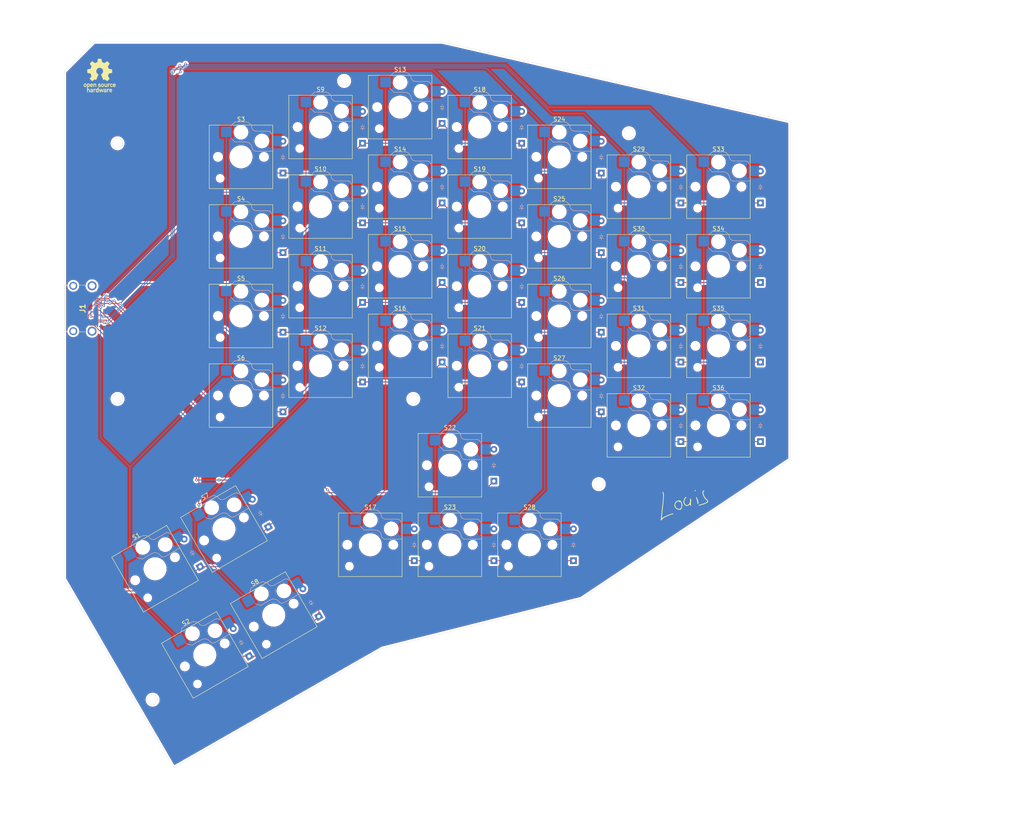
<source format=kicad_pcb>
(kicad_pcb (version 20241229) (generator "pcbnew") (generator_version "9.0")
  (layers (0 "F.Cu" signal) (2 "B.Cu" signal) (13 "F.Paste" user) (15 "B.Paste" user) (5 "F.SilkS" user "F.Silkscreen") (7 "B.SilkS" user "B.Silkscreen") (1 "F.Mask" user) (3 "B.Mask" user) (25 "Edge.Cuts" user))
  (net 0 "")
  (net 1 "Net-(D1-A)")
  (net 2 "Row 0")
  (net 3 "Row 1")
  (net 4 "Net-(D2-A)")
  (net 5 "Row 2")
  (net 6 "Net-(D3-A)")
  (net 7 "Row 3")
  (net 8 "Net-(D4-A)")
  (net 9 "Net-(D5-A)")
  (net 10 "Net-(D6-A)")
  (net 11 "Net-(D7-A)")
  (net 12 "Net-(D8-A)")
  (net 13 "Net-(D9-A)")
  (net 14 "Net-(D10-A)")
  (net 15 "Net-(D11-A)")
  (net 16 "Net-(D12-A)")
  (net 17 "Net-(D13-A)")
  (net 18 "Net-(D14-A)")
  (net 19 "Net-(D15-A)")
  (net 20 "Net-(D16-A)")
  (net 21 "Net-(D17-A)")
  (net 22 "Net-(D18-A)")
  (net 23 "Net-(D19-A)")
  (net 24 "Net-(D20-A)")
  (net 25 "Net-(D21-A)")
  (net 26 "Net-(D22-A)")
  (net 27 "Net-(D23-A)")
  (net 28 "Net-(D24-A)")
  (net 29 "Net-(D25-A)")
  (net 30 "Net-(D26-A)")
  (net 31 "Net-(D27-A)")
  (net 32 "Net-(D28-A)")
  (net 33 "Net-(D29-A)")
  (net 34 "Row 4")
  (net 35 "Row 5")
  (net 36 "Net-(D30-A)")
  (net 37 "Net-(D31-A)")
  (net 38 "Net-(D32-A)")
  (net 39 "Col 13")
  (net 40 "Col 9")
  (net 41 "Col 12")
  (net 42 "Col 8")
  (net 43 "Col 7")
  (net 44 "Col 11")
  (net 45 "Col 10")
  (net 46 "Net-(D33-A)")
  (net 47 "Net-(D34-A)")
  (net 48 "Net-(D35-A)")
  (net 49 "Net-(D36-A)")
  (footprint "ScottoKeebs_Hotswap:Hotswap_Choc_V1V2_1.00u" (layer "F.Cu") (at 199.5 96.60625)
    (property "Reference" "S20")
    (property "Value" "Keyswitch")
  )
  (footprint "ScottoKeebs_Hotswap:Hotswap_Choc_V1V2_1.00u" (layer "F.Cu") (at 142.35 84.7)
    (property "Reference" "S4")
    (property "Value" "Keyswitch")
  )
  (footprint "ScottoKeebs_Hotswap:Hotswap_Choc_V1V2_1.00u" (layer "F.Cu") (at 256.65 91.84375)
    (property "Reference" "S34")
    (property "Value" "Keyswitch")
  )
  (footprint "ScottoKeebs_Hotswap:Hotswap_Choc_V1V2_1.00u" (layer "F.Cu") (at 218.55 65.65)
    (property "Reference" "S24")
    (property "Value" "Keyswitch")
  )
  (footprint "ScottoKeebs_Hotswap:Hotswap_Choc_V1V2_1.00u" (layer "F.Cu") (at 199.5 77.55625)
    (property "Reference" "S19")
    (property "Value" "Keyswitch")
  )
  (footprint "ScottoKeebs_Hotswap:Hotswap_Choc_V1V2_1.00u" (layer "F.Cu") (at 161.4 77.55625)
    (property "Reference" "S10")
    (property "Value" "Keyswitch")
  )
  (footprint "ScottoKeebs_Hotswap:Hotswap_Choc_V1V2_1.00u" (layer "F.Cu") (at 180.45 91.84375)
    (property "Reference" "S15")
    (property "Value" "Keyswitch")
  )
  (footprint "ScottoKeebs_Hotswap:Hotswap_Choc_V1V2_1.00u" (layer "F.Cu") (at 211.40625 158.51875)
    (property "Reference" "S28")
    (property "Value" "Keyswitch")
  )
  (footprint "ScottoKeebs_Hotswap:Hotswap_Choc_V1V2_1.00u" (layer "F.Cu") (at 161.4 115.65625)
    (property "Reference" "S12")
    (property "Value" "Keyswitch")
  )
  (footprint "ScottoKeebs_Hotswap:Hotswap_Choc_V1V2_1.00u" (layer "F.Cu") (at 192.35625 139.46875)
    (property "Reference" "S22")
    (property "Value" "Keyswitch")
  )
  (footprint "ScottoKeebs_Hotswap:Hotswap_Choc_V1V2_1.00u" (layer "F.Cu") (at 218.55 84.7)
    (property "Reference" "S25")
    (property "Value" "Keyswitch")
  )
  (footprint "ScottoKeebs_Hotswap:Hotswap_Choc_V1V2_1.00u" (layer "F.Cu") (at 237.6 72.79375)
    (property "Reference" "S29")
    (property "Value" "Keyswitch")
  )
  (footprint "ScottoKeebs_Hotswap:Hotswap_Choc_V1V2_1.00u" (layer "F.Cu") (at 237.6 91.84375)
    (property "Reference" "S30")
    (property "Value" "Keyswitch")
  )
  (footprint "ScottoKeebs_Hotswap:Hotswap_Choc_V1V2_1.00u" (layer "F.Cu") (at 180.45 53.74375)
    (property "Reference" "S13")
    (property "Value" "Keyswitch")
  )
  (footprint "PCM_685119136923:685119136923" (layer "F.Cu") (at 104.45 101.949 -90)
    (property "Reference" "J1")
    (property "Value" "HDMI_C_1.4" (hide yes))
  )
  (footprint "ScottoKeebs_Hotswap:Hotswap_Choc_V1V2_1.00u" (layer "F.Cu") (at 218.55 103.75)
    (property "Reference" "S26")
    (property "Value" "Keyswitch")
  )
  (footprint "ScottoKeebs_Hotswap:Hotswap_Choc_V1V2_1.00u" (layer "F.Cu") (at 121.782987 164.261215 30)
    (property "Reference" "S1")
    (property "Value" "Keyswitch")
  )
  (footprint "ScottoKeebs_Hotswap:Hotswap_Choc_V1V2_1.00u" (layer "F.Cu") (at 237.6 110.89375)
    (property "Reference" "S31")
    (property "Value" "Keyswitch")
  )
  (footprint "LOGO" (layer "F.Cu") (at 247.65 147.6375 30)
    (property "Reference" "G***" (hide yes))
    (property "Value" "LOGO" (hide yes))
  )
  (footprint "ScottoKeebs_Hotswap:Hotswap_Choc_V1V2_1.00u" (layer "F.Cu") (at 256.65 129.94375)
    (property "Reference" "S36")
    (property "Value" "Keyswitch")
  )
  (footprint "ScottoKeebs_Hotswap:Hotswap_Choc_V1V2_1.00u" (layer "F.Cu") (at 161.4 96.60625)
    (property "Reference" "S11")
    (property "Value" "Keyswitch")
  )
  (footprint "ScottoKeebs_Hotswap:Hotswap_Choc_V1V2_1.00u" (layer "F.Cu") (at 180.45 110.89375)
    (property "Reference" "S16")
    (property "Value" "Keyswitch")
  )
  (footprint "ScottoKeebs_Hotswap:Hotswap_Choc_V1V2_1.00u" (layer "F.Cu") (at 256.65 72.79375)
    (property "Reference" "S33")
    (property "Value" "Keyswitch")
  )
  (footprint "ScottoKeebs_Hotswap:Hotswap_Choc_V1V2_1.50u_90deg" (layer "F.Cu") (at 133.689238 184.883446 30)
    (property "Reference" "S2")
    (property "Value" "Keyswitch")
  )
  (footprint "ScottoKeebs_Hotswap:Hotswap_Choc_V1V2_1.00u" (layer "F.Cu") (at 218.55 122.8)
    (property "Reference" "S27")
    (property "Value" "Keyswitch")
  )
  (footprint "ScottoKeebs_Hotswap:Hotswap_Choc_V1V2_1.00u" (layer "F.Cu") (at 237.6 129.94375)
    (property "Reference" "S32")
    (property "Value" "Keyswitch")
  )
  (footprint "ScottoKeebs_Hotswap:Hotswap_Choc_V1V2_1.00u" (layer "F.Cu") (at 142.35 122.8)
    (property "Reference" "S6")
    (property "Value" "Keyswitch")
  )
  (footprint "ScottoKeebs_Hotswap:Hotswap_Choc_V1V2_1.00u" (layer "F.Cu") (at 199.5 58.50625)
    (property "Reference" "S18")
    (property "Value" "Keyswitch")
  )
  (footprint "ScottoKeebs_Hotswap:Hotswap_Choc_V1V2_1.00u" (layer "F.Cu") (at 161.4 58.50625)
    (property "Reference" "S9")
    (property "Value" "Keyswitch")
  )
  (footprint "ScottoKeebs_Hotswap:Hotswap_Choc_V1V2_1.00u" (layer "F.Cu") (at 142.35 65.65)
    (property "Reference" "S3")
    (property "Value" "Keyswitch")
  )
  (footprint "ScottoKeebs_Hotswap:Hotswap_Choc_V1V2_1.00u" (layer "F.Cu") (at 199.5 115.65625)
    (property "Reference" "S21")
    (property "Value" "Keyswitch")
  )
  (footprint "Symbol:OSHW-Logo_7.5x8mm_SilkScreen" (layer "F.Cu") (at 108.52 46.18)
    (property "Reference" "REF**" (hide yes))
    (property "Value" "OSHW-Logo_7.5x8mm_SilkScreen" (hide yes))
  )
  (footprint "ScottoKeebs_Hotswap:Hotswap_Choc_V1V2_1.50u_90deg" (layer "F.Cu") (at 150.187021 175.358445 30)
    (property "Reference" "S8")
    (property "Value" "Keyswitch")
  )
  (footprint "ScottoKeebs_Hotswap:Hotswap_Choc_V1V2_1.00u" (layer "F.Cu") (at 180.45 72.79375)
    (property "Reference" "S14")
    (property "Value" "Keyswitch")
  )
  (footprint "ScottoKeebs_Hotswap:Hotswap_Choc_V1V2_1.00u" (layer "F.Cu") (at 192.35625 158.51875)
    (property "Reference" "S23")
    (property "Value" "Keyswitch")
  )
  (footprint "ScottoKeebs_Hotswap:Hotswap_Choc_V1V2_1.00u" (layer "F.Cu") (at 142.35 103.75)
    (property "Reference" "S5")
    (property "Value" "Keyswitch")
  )
  (footprint "ScottoKeebs_Hotswap:Hotswap_Choc_V1V2_1.00u" (layer "F.Cu") (at 256.65 110.89375)
    (property "Reference" "S35")
    (property "Value" "Keyswitch")
  )
  (footprint "ScottoKeebs_Hotswap:Hotswap_Choc_V1V2_1.00u" (layer "F.Cu") (at 138.280771 154.736216 30)
    (property "Reference" "S7")
    (property "Value" "Keyswitch")
  )
  (footprint "ScottoKeebs_Hotswap:Hotswap_Choc_V1V2_1.00u" (layer "F.Cu") (at 173.30625 158.51875)
    (property "Reference" "S17")
    (property "Value" "Keyswitch")
  )
  (footprint "ScottoKeebs_Components:Diode_DO-35" (layer "B.Cu") (at 266.7 95.72625 90)
    (property "Reference" "D34" (hide yes))
    (property "Value" "Diode" (hide yes))
  )
  (footprint "ScottoKeebs_Components:Diode_DO-35" (layer "B.Cu") (at 132.568466 163.761612 120)
    (property "Reference" "D1" (hide yes))
    (property "Value" "Diode" (hide yes))
  )
  (footprint "ScottoKeebs_Components:Diode_DO-35" (layer "B.Cu") (at 183.83125 162.32875 90)
    (property "Reference" "D17" (hide yes))
    (property "Value" "Diode" (hide yes))
  )
  (footprint "ScottoKeebs_Components:Diode_DO-35" (layer "B.Cu") (at 144.30375 185.192862 120)
    (property "Reference" "D2" (hide yes))
    (property "Value" "Diode" (hide yes))
  )
  (footprint "ScottoKeebs_Components:Diode_DO-35" (layer "B.Cu") (at 171.45 81.43875 90)
    (property "Reference" "D10" (hide yes))
    (property "Value" "Diode" (hide yes))
  )
  (footprint "ScottoKeebs_Components:Diode_DO-35" (layer "B.Cu") (at 247.65 133.82625 90)
    (property "Reference" "D32" (hide yes))
    (property "Value" "Diode" (hide yes))
  )
  (footprint "ScottoKeebs_Components:Diode_DO-35" (layer "B.Cu") (at 209.55 100.48875 90)
    (property "Reference" "D20" (hide yes))
    (property "Value" "Diode" (hide yes))
  )
  (footprint "ScottoKeebs_Components:Diode_DO-35" (layer "B.Cu") (at 221.93125 162.32875 90)
    (property "Reference" "D28" (hide yes))
    (property "Value" "Diode" (hide yes))
  )
  (footprint "ScottoKeebs_Components:Diode_DO-35" (layer "B.Cu") (at 171.45 62.38875 90)
    (property "Reference" "D9" (hide yes))
    (property "Value" "Diode" (hide yes))
  )
  (footprint "ScottoKeebs_Components:Diode_DO-35" (layer "B.Cu") (at 266.7 133.82625 90)
    (property "Reference" "D36" (hide yes))
    (property "Value" "Diode" (hide yes))
  )
  (footprint "ScottoKeebs_Components:Diode_DO-35" (layer "B.Cu") (at 152.4 107.6325 90)
    (property "Reference" "D5" (hide yes))
    (property "Value" "Diode" (hide yes))
  )
  (footprint "ScottoKeebs_Components:Diode_DO-35" (layer "B.Cu") (at 209.55 81.43875 90)
    (property "Reference" "D19" (hide yes))
    (property "Value" "Diode" (hide yes))
  )
  (footprint "ScottoKeebs_Components:Diode_DO-35" (layer "B.Cu") (at 228.6 126.6825 90)
    (property "Reference" "D27" (hide yes))
    (property "Value" "Diode" (hide yes))
  )
  (footprint "ScottoKeebs_Components:Diode_DO-35" (layer "B.Cu") (at 247.65 114.77625 90)
    (property "Reference" "D31" (hide yes))
    (property "Value" "Diode" (hide yes))
  )
  (footprint "ScottoKeebs_Components:Diode_DO-35" (layer "B.Cu") (at 247.65 95.72625 90)
    (property "Reference" "D30" (hide yes))
    (property "Value" "Diode" (hide yes))
  )
  (footprint "ScottoKeebs_Components:Diode_DO-35" (layer "B.Cu") (at 171.45 119.53875 90)
    (property "Reference" "D12" (hide yes))
    (property "Value" "Diode" (hide yes))
  )
  (footprint "ScottoKeebs_Components:Diode_DO-35" (layer "B.Cu") (at 266.7 76.67625 90)
    (property "Reference" "D33" (hide yes))
    (property "Value" "Diode" (hide yes))
  )
  (footprint "ScottoKeebs_Components:Diode_DO-35" (layer "B.Cu") (at 228.6 107.6325 90)
    (property "Reference" "D26" (hide yes))
    (property "Value" "Diode" (hide yes))
  )
  (footprint "ScottoKeebs_Components:Diode_DO-35" (layer "B.Cu") (at 171.45 100.48875 90)
    (property "Reference" "D11" (hide yes))
    (property "Value" "Diode" (hide yes))
  )
  (footprint "ScottoKeebs_Components:Diode_DO-35" (layer "B.Cu") (at 228.6 88.5825 90)
    (property "Reference" "D25" (hide yes))
    (property "Value" "Diode" (hide yes))
  )
  (footprint "ScottoKeebs_Components:Diode_DO-35" (layer "B.Cu") (at 209.55 119.53875 90)
    (property "Reference" "D21" (hide yes))
    (property "Value" "Diode" (hide yes))
  )
  (footprint "ScottoKeebs_Components:Diode_DO-35" (layer "B.Cu") (at 152.4 126.6825 90)
    (property "Reference" "D6" (hide yes))
    (property "Value" "Diode" (hide yes))
  )
  (footprint "ScottoKeebs_Components:Diode_DO-35" (layer "B.Cu") (at 190.5 114.77625 90)
    (property "Reference" "D16" (hide yes))
    (property "Value" "Diode" (hide yes))
  )
  (footprint "ScottoKeebs_Components:Diode_DO-35" (layer "B.Cu") (at 148.895284 154.236612 120)
    (property "Reference" "D7" (hide yes))
    (property "Value" "Diode" (hide yes))
  )
  (footprint "ScottoKeebs_Components:Diode_DO-35" (layer "B.Cu") (at 190.5 57.62625 90)
    (property "Reference" "D13" (hide yes))
    (property "Value" "Diode" (hide yes))
  )
  (footprint "ScottoKeebs_Components:Diode_DO-35" (layer "B.Cu") (at 228.6 69.5325 90)
    (property "Reference" "D24" (hide yes))
    (property "Value" "Diode" (hide yes))
  )
  (footprint "ScottoKeebs_Components:Diode_DO-35" (layer "B.Cu") (at 209.55 62.38875 90)
    (property "Reference" "D18" (hide yes))
    (property "Value" "Diode" (hide yes))
  )
  (footprint "ScottoKeebs_Components:Diode_DO-35" (layer "B.Cu") (at 160.9725 175.667862 120)
    (property "Reference" "D8" (hide yes))
    (property "Value" "Diode" (hide yes))
  )
  (footprint "ScottoKeebs_Components:Diode_DO-35" (layer "B.Cu") (at 190.5 76.67625 90)
    (property "Reference" "D14" (hide yes))
    (property "Value" "Diode" (hide yes))
  )
  (footprint "ScottoKeebs_Components:Diode_DO-35" (layer "B.Cu") (at 266.7 114.77625 90)
    (property "Reference" "D35" (hide yes))
    (property "Value" "Diode" (hide yes))
  )
  (footprint "ScottoKeebs_Components:Diode_DO-35" (layer "B.Cu") (at 247.65 76.67625 90)
    (property "Reference" "D29" (hide yes))
    (property "Value" "Diode" (hide yes))
  )
  (footprint "ScottoKeebs_Components:Diode_DO-35" (layer "B.Cu") (at 152.4 69.5325 90)
    (property "Reference" "D3" (hide yes))
    (property "Value" "Diode" (hide yes))
  )
  (footprint "ScottoKeebs_Components:Diode_DO-35" (layer "B.Cu") (at 202.88125 162.32875 90)
    (property "Reference" "D23" (hide yes))
    (property "Value" "Diode" (hide yes))
  )
  (footprint "ScottoKeebs_Components:Diode_DO-35" (layer "B.Cu") (at 202.88125 143.27875 90)
    (property "Reference" "D22" (hide yes))
    (property "Value" "Diode" (hide yes))
  )
  (footprint "ScottoKeebs_Components:Diode_DO-35" (layer "B.Cu") (at 152.4 88.5825 90)
    (property "Reference" "D4" (hide yes))
    (property "Value" "Diode" (hide yes))
  )
  (footprint "ScottoKeebs_Components:Diode_DO-35" (layer "B.Cu") (at 190.5 95.72625 90)
    (property "Reference" "D15" (hide yes))
    (property "Value" "Diode" (hide yes))
  )
  (gr_line (start 176.2125 183.35625) (end 223.8375 171.45) (stroke (width 0.05)) (layer "Edge.Cuts"))
  (gr_line (start 126.20625 211.93125) (end 100.0125 166.6875) (stroke (width 0.05)) (layer "Edge.Cuts"))
  (gr_line (start 159.54375 192.88125) (end 176.2125 183.35625) (stroke (width 0.05)) (layer "Edge.Cuts"))
  (gr_circle (center 112.8 123.6) (end 114 123.6) (stroke (width 0.05)) (fill no) (layer "Edge.Cuts"))
  (gr_line (start 223.8375 171.45) (end 273.84375 138.1125) (stroke (width 0.05)) (layer "Edge.Cuts"))
  (gr_line (start 100.0125 45.24375) (end 100.0125 166.6875) (stroke (width 0.05)) (layer "Edge.Cuts"))
  (gr_line (start 107.15625 38.1) (end 100.0125 45.24375) (stroke (width 0.05)) (layer "Edge.Cuts"))
  (gr_circle (center 235.2 60) (end 236.4 60) (stroke (width 0.05)) (fill no) (layer "Edge.Cuts"))
  (gr_circle (center 112.8 62.4) (end 114 62.4) (stroke (width 0.05)) (fill no) (layer "Edge.Cuts"))
  (gr_circle (center 121.2 195.6) (end 122.4 195.6) (stroke (width 0.05)) (fill no) (layer "Edge.Cuts"))
  (gr_line (start 126.20625 211.93125) (end 159.54375 192.88125) (stroke (width 0.05)) (layer "Edge.Cuts"))
  (gr_circle (center 228 144) (end 229.2 144) (stroke (width 0.05)) (fill no) (layer "Edge.Cuts"))
  (gr_line (start 273.84375 57.15) (end 190.5 38.1) (stroke (width 0.05)) (layer "Edge.Cuts"))
  (gr_circle (center 183.6 123.6) (end 184.8 123.6) (stroke (width 0.05)) (fill no) (layer "Edge.Cuts"))
  (gr_line (start 273.84375 138.1125) (end 273.84375 57.15) (stroke (width 0.05)) (layer "Edge.Cuts"))
  (gr_line (start 190.5 38.1) (end 107.15625 38.1) (stroke (width 0.05)) (layer "Edge.Cuts"))
  (gr_circle (center 167.05 47.47) (end 168.25 47.5) (stroke (width 0.05)) (fill no) (layer "Edge.Cuts"))
  (segment (start 128.316286 156.720318) (end 128.758466 157.162498) (width 0.2) (layer "B.Cu") (net 1))
  (segment (start 127.244203 156.720318) (end 127.269088 156.763421) (width 0.2) (layer "B.Cu") (net 1))
  (segment (start 127.244203 156.720318) (end 128.316286 156.720318) (width 0.2) (layer "B.Cu") (net 1))
  (segment (start 135.656346 74.12) (end 141.34 74.12) (width 0.2) (layer "F.Cu") (net 2))
  (segment (start 141.34 74.12) (end 145.9275 69.5325) (width 0.2) (layer "F.Cu") (net 2))
  (segment (start 110.797596 98.97875) (end 135.656346 74.12) (width 0.2) (layer "F.Cu") (net 2))
  (segment (start 213.04 69.07) (end 224.64 69.07) (width 0.2) (layer "F.Cu") (net 2))
  (segment (start 228.6 69.5325) (end 228.6 74.64) (width 0.2) (layer "F.Cu") (net 2))
  (segment (start 225.1025 69.5325) (end 228.6 69.5325) (width 0.2) (layer "F.Cu") (net 2))
  (segment (start 228.6 74.64) (end 230.63625 76.67625) (width 0.2) (layer "F.Cu") (net 2))
  (segment (start 171.45 62.38875) (end 185.7375 62.38875) (width 0.2) (layer "F.Cu") (net 2))
  (segment (start 145.9275 69.5325) (end 152.4 69.5325) (width 0.2) (layer "F.Cu") (net 2))
  (segment (start 224.64 69.07) (end 225.1025 69.5325) (width 0.2) (layer "F.Cu") (net 2))
  (segment (start 209.55 62.38875) (end 209.55 65.58) (width 0.2) (layer "F.Cu") (net 2))
  (segment (start 110.03 98.97875) (end 110.797596 98.97875) (width 0.2) (layer "F.Cu") (net 2))
  (segment (start 152.4 69.5325) (end 164.30625 69.5325) (width 0.2) (layer "F.Cu") (net 2))
  (segment (start 109.338872 101.14875) (end 109.5 101.309878) (width 0.2) (layer "F.Cu") (net 2))
  (segment (start 190.5 57.62625) (end 195.2625 62.38875) (width 0.2) (layer "F.Cu") (net 2))
  (segment (start 107.75625 101.14875) (end 109.338872 101.14875) (width 0.2) (layer "F.Cu") (net 2))
  (segment (start 195.2625 62.38875) (end 209.55 62.38875) (width 0.2) (layer "F.Cu") (net 2))
  (segment (start 230.63625 76.67625) (end 247.65 76.67625) (width 0.2) (layer "F.Cu") (net 2))
  (segment (start 209.55 65.58) (end 213.04 69.07) (width 0.2) (layer "F.Cu") (net 2))
  (segment (start 164.30625 69.5325) (end 171.45 62.38875) (width 0.2) (layer "F.Cu") (net 2))
  (segment (start 185.7375 62.38875) (end 190.5 57.62625) (width 0.2) (layer "F.Cu") (net 2))
  (segment (start 247.65 76.67625) (end 266.7 76.67625) (width 0.2) (layer "F.Cu") (net 2))
  (via (at 109.5 101.309878) (size 0.6) (drill 0.3) (layers "F.Cu" "B.Cu") (net 2))
  (via (at 110.03 98.97875) (size 0.6) (drill 0.3) (layers "F.Cu" "B.Cu") (net 2))
  (segment (start 109.67 101.139878) (end 109.67 99.33875) (width 0.2) (layer "B.Cu") (net 2))
  (segment (start 109.67 99.33875) (end 110.03 98.97875) (width 0.2) (layer "B.Cu") (net 2))
  (segment (start 109.5 101.309878) (end 109.67 101.139878) (width 0.2) (layer "B.Cu") (net 2))
  (segment (start 266.7 95.72625) (end 247.65 95.72625) (width 0.2) (layer "F.Cu") (net 3))
  (segment (start 107.71125 100.34875) (end 108.51125 100.34875) (width 0.2) (layer "F.Cu") (net 3))
  (segment (start 107.75625 100.34875) (end 107.71125 100.34875) (width 0.2) (layer "F.Cu") (net 3))
  (segment (start 209.55 85.33) (end 212.8025 88.5825) (width 0.2) (layer "F.Cu") (net 3))
  (segment (start 113.433052 100.746948) (end 118.205 95.975) (width 0.2) (layer "F.Cu") (net 3))
  (segment (start 247.65 95.72625) (end 235.67625 95.72625) (width 0.2) (layer "F.Cu") (net 3))
  (segment (start 234.58 94.63) (end 231.61 94.63) (width 0.2) (layer "F.Cu") (net 3))
  (segment (start 209.55 81.43875) (end 209.55 85.33) (width 0.2) (layer "F.Cu") (net 3))
  (segment (start 185.7375 81.43875) (end 171.45 81.43875) (width 0.2) (layer "F.Cu") (net 3))
  (segment (start 190.5 76.67625) (end 185.7375 81.43875) (width 0.2) (layer "F.Cu") (net 3))
  (segment (start 209.55 81.43875) (end 195.2625 81.43875) (width 0.2) (layer "F.Cu") (net 3))
  (segment (start 212.8025 88.5825) (end 228.6 88.5825) (width 0.2) (layer "F.Cu") (net 3))
  (segment (start 159.54375 81.43875) (end 152.4 88.5825) (width 0.2) (layer "F.Cu") (net 3))
  (segment (start 108.51125 100.34875) (end 108.902378 100.739878) (width 0.2) (layer "F.Cu") (net 3))
  (segment (start 228.6 91.62) (end 231.61 94.63) (width 0.2) (layer "F.Cu") (net 3))
  (segment (start 235.67625 95.72625) (end 234.58 94.63) (width 0.2) (layer "F.Cu") (net 3))
  (segment (start 146.9575 88.5825) (end 152.4 88.5825) (width 0.2) (layer "F.Cu") (net 3))
  (segment (start 139.565 95.975) (end 146.9575 88.5825) (width 0.2) (layer "F.Cu") (net 3))
  (segment (start 118.205 95.975) (end 139.565 95.975) (width 0.2) (layer "F.Cu") (net 3))
  (segment (start 195.2625 81.43875) (end 190.5 76.67625) (width 0.2) (layer "F.Cu") (net 3))
  (segment (start 171.45 81.43875) (end 159.54375 81.43875) (width 0.2) (layer "F.Cu") (net 3))
  (segment (start 228.6 91.62) (end 228.6 88.5825) (width 0.2) (layer "F.Cu") (net 3))
  (segment (start 108.902378 100.739878) (end 110.960122 100.739878) (width 0.2) (layer "F.Cu") (net 3))
  (via (at 113.433052 100.746948) (size 0.6) (drill 0.3) (layers "F.Cu" "B.Cu") (net 3))
  (via (at 110.960122 100.739878) (size 0.6) (drill 0.3) (layers "F.Cu" "B.Cu") (net 3))
  (segment (start 110.960122 100.739878) (end 113.425982 100.739878) (width 0.2) (layer "B.Cu") (net 3))
  (segment (start 113.425982 100.739878) (end 113.433052 100.746948) (width 0.2) (layer "B.Cu") (net 3))
  (segment (start 139.150454 177.342549) (end 139.242551 177.342549) (width 0.2) (layer "B.Cu") (net 4))
  (segment (start 139.242551 177.342549) (end 140.49375 178.593748) (width 0.2) (layer "B.Cu") (net 4))
  (segment (start 164.30625 107.6325) (end 171.45 100.48875) (width 0.2) (layer "F.Cu") (net 5))
  (segment (start 228.6 107.6325) (end 228.6 110.94) (width 0.2) (layer "F.Cu") (net 5))
  (segment (start 118.505 106.625) (end 138.565 106.625) (width 0.2) (layer "F.Cu") (net 5))
  (segment (start 228.6 110.94) (end 232.43625 114.77625) (width 0.2) (layer "F.Cu") (net 5))
  (segment (start 209.55 100.48875) (end 209.55 103.25) (width 0.2) (layer "F.Cu") (net 5))
  (segment (start 111.99 100.11) (end 118.505 106.625) (width 0.2) (layer "F.Cu") (net 5))
  (segment (start 152.4 107.6325) (end 164.30625 107.6325) (width 0.2) (layer "F.Cu") (net 5))
  (segment (start 213.9325 107.6325) (end 228.6 107.6325) (width 0.2) (layer "F.Cu") (net 5))
  (segment (start 190.5 95.72625) (end 195.2625 100.48875) (width 0.2) (layer "F.Cu") (net 5))
  (segment (start 139.5725 107.6325) (end 152.4 107.6325) (width 0.2) (layer "F.Cu") (net 5))
  (segment (start 171.45 100.48875) (end 185.7375 100.48875) (width 0.2) (layer "F.Cu") (net 5))
  (segment (start 185.7375 100.48875) (end 190.5 95.72625) (width 0.2) (layer "F.Cu") (net 5))
  (segment (start 110.07 99.94875) (end 110.24 100.11875) (width 0.2) (layer "F.Cu") (net 5))
  (segment (start 138.565 106.625) (end 139.5725 107.6325) (width 0.2) (layer "F.Cu") (net 5))
  (segment (start 232.43625 114.77625) (end 247.65 114.77625) (width 0.2) (layer "F.Cu") (net 5))
  (segment (start 195.2625 100.48875) (end 209.55 100.48875) (width 0.2) (layer "F.Cu") (net 5))
  (segment (start 107.75625 99.94875) (end 110.07 99.94875) (width 0.2) (layer "F.Cu") (net 5))
  (segment (start 209.55 103.25) (end 213.9325 107.6325) (width 0.2) (layer "F.Cu") (net 5))
  (segment (start 247.65 114.77625) (end 266.7 114.77625) (width 0.2) (layer "F.Cu") (net 5))
  (via (at 110.24 100.11875) (size 0.6) (drill 0.3) (layers "F.Cu" "B.Cu") (net 5))
  (via (at 111.99 100.11) (size 0.6) (drill 0.3) (layers "F.Cu" "B.Cu") (net 5))
  (segment (start 110.24 100.11875) (end 111.98125 100.11875) (width 0.2) (layer "B.Cu") (net 5))
  (segment (start 111.98125 100.11875) (end 111.99 100.11) (width 0.2) (layer "B.Cu") (net 5))
  (segment (start 152.3375 61.85) (end 152.4 61.9125) (width 0.2) (layer "B.Cu") (net 6))
  (segment (start 150.85 61.85) (end 152.3375 61.85) (width 0.2) (layer "B.Cu") (net 6))
  (segment (start 110.575096 99.54875) (end 136.766346 125.74) (width 0.2) (layer "F.Cu") (net 7))
  (segment (start 209.55 119.53875) (end 195.2625 119.53875) (width 0.2) (layer "F.Cu") (net 7))
  (segment (start 209.55 123.41) (end 212.8225 126.6825) (width 0.2) (layer "F.Cu") (net 7))
  (segment (start 190.5 114.77625) (end 185.7375 119.53875) (width 0.2) (layer "F.Cu") (net 7))
  (segment (start 185.7375 119.53875) (end 171.45 119.53875) (width 0.2) (layer "F.Cu") (net 7))
  (segment (start 195.2625 119.53875) (end 190.5 114.77625) (width 0.2) (layer "F.Cu") (net 7))
  (segment (start 107.75625 99.54875) (end 110.575096 99.54875) (width 0.2) (layer "F.Cu") (net 7))
  (segment (start 228.6 130.59) (end 231.83625 133.82625) (width 0.2) (layer "F.Cu") (net 7))
  (segment (start 266.7 133.82625) (end 247.65 133.82625) (width 0.2) (layer "F.Cu") (net 7))
  (segment (start 140.2725 126.6825) (end 152.4 126.6825) (width 0.2) (layer "F.Cu") (net 7))
  (segment (start 209.55 119.53875) (end 209.55 123.41) (width 0.2) (layer "F.Cu") (net 7))
  (segment (start 139.33 125.74) (end 140.2725 126.6825) (width 0.2) (layer "F.Cu") (net 7))
  (segment (start 136.766346 125.74) (end 139.33 125.74) (width 0.2) (layer "F.Cu") (net 7))
  (segment (start 212.8225 126.6825) (end 228.6 126.6825) (width 0.2) (layer "F.Cu") (net 7))
  (segment (start 228.6 126.6825) (end 228.6 130.59) (width 0.2) (layer "F.Cu") (net 7))
  (segment (start 171.45 119.53875) (end 159.54375 119.53875) (width 0.2) (layer "F.Cu") (net 7))
  (segment (start 231.83625 133.82625) (end 247.65 133.82625) (width 0.2) (layer "F.Cu") (net 7))
  (segment (start 159.54375 119.53875) (end 152.4 126.6825) (width 0.2) (layer "F.Cu") (net 7))
  (segment (start 150.85 80.9) (end 152.3375 80.9) (width 0.2) (layer "B.Cu") (net 8))
  (segment (start 152.3375 80.9) (end 152.4 80.9625) (width 0.2) (layer "B.Cu") (net 8))
  (segment (start 150.85 99.95) (end 152.3375 99.95) (width 0.2) (layer "B.Cu") (net 9))
  (segment (start 152.3375 99.95) (end 152.4 100.0125) (width 0.2) (layer "B.Cu") (net 9))
  (segment (start 152.3375 119) (end 152.4 119.0625) (width 0.2) (layer "B.Cu") (net 10))
  (segment (start 150.85 119) (end 152.3375 119) (width 0.2) (layer "B.Cu") (net 10))
  (segment (start 144.81407 147.195319) (end 145.25625 147.637499) (width 0.2) (layer "B.Cu") (net 11))
  (segment (start 143.741987 147.195319) (end 144.643105 147.195319) (width 0.2) (layer "B.Cu") (net 11))
  (segment (start 143.741987 147.195319) (end 143.798161 147.292615) (width 0.2) (layer "B.Cu") (net 11))
  (segment (start 144.643105 147.195319) (end 145.085284 147.637498) (width 0.2) (layer "B.Cu") (net 11))
  (segment (start 156.899437 169.068748) (end 157.1625 169.068748) (width 0.2) (layer "B.Cu") (net 12))
  (segment (start 156.899437 169.068748) (end 157.1625 169.068749) (width 0.2) (layer "B.Cu") (net 12))
  (segment (start 155.648237 167.817548) (end 156.899437 169.068748) (width 0.2) (layer "B.Cu") (net 12))
  (segment (start 169.9 54.70625) (end 171.3875 54.70625) (width 0.2) (layer "B.Cu") (net 13))
  (segment (start 171.3875 54.70625) (end 171.45 54.76875) (width 0.2) (layer "B.Cu") (net 13))
  (segment (start 169.9 73.75625) (end 171.3875 73.75625) (width 0.2) (layer "B.Cu") (net 14))
  (segment (start 171.3875 73.75625) (end 171.45 73.81875) (width 0.2) (layer "B.Cu") (net 14))
  (segment (start 171.3875 92.80625) (end 171.45 92.86875) (width 0.2) (layer "B.Cu") (net 15))
  (segment (start 169.9 92.80625) (end 171.3875 92.80625) (width 0.2) (layer "B.Cu") (net 15))
  (segment (start 169.9 111.85625) (end 171.3875 111.85625) (width 0.2) (layer "B.Cu") (net 16))
  (segment (start 171.3875 111.85625) (end 171.45 111.91875) (width 0.2) (layer "B.Cu") (net 16))
  (segment (start 190.4375 49.94375) (end 190.5 50.00625) (width 0.2) (layer "B.Cu") (net 17))
  (segment (start 188.95 49.94375) (end 190.4375 49.94375) (width 0.2) (layer "B.Cu") (net 17))
  (segment (start 190.4375 68.99375) (end 190.5 69.05625) (width 0.2) (layer "B.Cu") (net 18))
  (segment (start 188.95 68.99375) (end 190.4375 68.99375) (width 0.2) (layer "B.Cu") (net 18))
  (segment (start 190.4375 88.04375) (end 190.5 88.10625) (width 0.2) (layer "B.Cu") (net 19))
  (segment (start 188.95 88.04375) (end 190.4375 88.04375) (width 0.2) (layer "B.Cu") (net 19))
  (segment (start 188.95 107.09375) (end 190.4375 107.09375) (width 0.2) (layer "B.Cu") (net 20))
  (segment (start 190.4375 107.09375) (end 190.5 107.15625) (width 0.2) (layer "B.Cu") (net 20))
  (segment (start 182.82125 154.71875) (end 182.83125 154.70875) (width 0.2) (layer "B.Cu") (net 21))
  (segment (start 183.82125 154.71875) (end 183.83125 154.70875) (width 0.2) (layer "B.Cu") (net 21))
  (segment (start 181.80625 154.71875) (end 183.82125 154.71875) (width 0.2) (layer "B.Cu") (net 21))
  (segment (start 209.4875 54.70625) (end 209.55 54.76875) (width 0.2) (layer "B.Cu") (net 22))
  (segment (start 208 54.70625) (end 209.4875 54.70625) (width 0.2) (layer "B.Cu") (net 22))
  (segment (start 209.4875 73.75625) (end 209.55 73.81875) (width 0.2) (layer "B.Cu") (net 23))
  (segment (start 208 73.75625) (end 209.4875 73.75625) (width 0.2) (layer "B.Cu") (net 23))
  (segment (start 209.4875 92.80625) (end 209.55 92.86875) (width 0.2) (layer "B.Cu") (net 24))
  (segment (start 208 92.80625) (end 209.4875 92.80625) (width 0.2) (layer "B.Cu") (net 24))
  (segment (start 209.4875 111.85625) (end 209.55 111.91875) (width 0.2) (layer "B.Cu") (net 25))
  (segment (start 208 111.85625) (end 209.4875 111.85625) (width 0.2) (layer "B.Cu") (net 25))
  (segment (start 200.85625 135.66875) (end 202.87125 135.66875) (width 0.2) (layer "B.Cu") (net 26))
  (segment (start 201.87125 135.66875) (end 201.88125 135.65875) (width 0.2) (layer "B.Cu") (net 26))
  (segment (start 202.87125 135.66875) (end 202.88125 135.65875) (width 0.2) (layer "B.Cu") (net 26))
  (segment (start 202.87125 154.71875) (end 202.88125 154.70875) (width 0.2) (layer "B.Cu") (net 27))
  (segment (start 200.85625 154.71875) (end 202.87125 154.71875) (width 0.2) (layer "B.Cu") (net 27))
  (segment (start 201.87125 154.71875) (end 201.88125 154.70875) (width 0.2) (layer "B.Cu") (net 27))
  (segment (start 228.5375 61.85) (end 228.6 61.9125) (width 0.2) (layer "B.Cu") (net 28))
  (segment (start 227.05 61.85) (end 228.5375 61.85) (width 0.2) (layer "B.Cu") (net 28))
  (segment (start 227.05 80.9) (end 228.5375 80.9) (width 0.2) (layer "B.Cu") (net 29))
  (segment (start 228.5375 80.9) (end 228.6 80.9625) (width 0.2) (layer "B.Cu") (net 29))
  (segment (start 227.05 99.95) (end 228.5375 99.95) (width 0.2) (layer "B.Cu") (net 30))
  (segment (start 228.5375 99.95) (end 228.6 100.0125) (width 0.2) (layer "B.Cu") (net 30))
  (segment (start 228.5375 119) (end 228.6 119.0625) (width 0.2) (layer "B.Cu") (net 31))
  (segment (start 227.05 119) (end 228.5375 119) (width 0.2) (layer "B.Cu") (net 31))
  (segment (start 221.92125 154.71875) (end 221.93125 154.70875) (width 0.2) (layer "B.Cu") (net 32))
  (segment (start 220.92125 154.71875) (end 220.93125 154.70875) (width 0.2) (layer "B.Cu") (net 32))
  (segment (start 219.90625 154.71875) (end 221.92125 154.71875) (width 0.2) (layer "B.Cu") (net 32))
  (segment (start 247.5875 68.99375) (end 247.65 69.05625) (width 0.2) (layer "B.Cu") (net 33))
  (segment (start 246.1 68.99375) (end 247.5875 68.99375) (width 0.2) (layer "B.Cu") (net 33))
  (segment (start 139.370284 163.761612) (end 148.895284 154.236612) (width 0.2) (layer "F.Cu") (net 34))
  (segment (start 157.064033 146.067863) (end 187.533485 146.067863) (width 0.2) (layer "F.Cu") (net 34))
  (segment (start 106.75451 99.14875) (end 105.14 100.76326) (width 0.2) (layer "F.Cu") (net 34))
  (segment (start 132.568466 163.761612) (end 139.370284 163.761612) (width 0.2) (layer "F.Cu") (net 34))
  (segment (start 106.36 169.56) (end 105.14 168.34) (width 0.2) (layer "F.Cu") (net 34))
  (segment (start 107.75625 99.14875) (end 106.75451 99.14875) (width 0.2) (layer "F.Cu") (net 34))
  (segment (start 132.568466 163.761612) (end 126.770078 169.56) (width 0.2) (layer "F.Cu") (net 34))
  (segment (start 187.533485 146.067863) (end 200.092137 146.067863) (width 0.2) (layer "F.Cu") (net 34))
  (segment (start 105.14 168.34) (end 105.14 167.51) (width 0.2) (layer "F.Cu") (net 34))
  (segment (start 126.770078 169.56) (end 106.36 169.56) (width 0.2) (layer "F.Cu") (net 34))
  (segment (start 200.092137 146.067863) (end 202.88125 143.27875) (width 0.2) (layer "F.Cu") (net 34))
  (segment (start 148.895284 154.236612) (end 157.064033 146.067863) (width 0.2) (layer "F.Cu") (net 34))
  (segment (start 105.14 100.76326) (end 105.14 168.14) (width 0.2) (layer "F.Cu") (net 34))
  (segment (start 142.887138 185.192862) (end 132.41 195.67) (width 0.2) (layer "F.Cu") (net 35))
  (segment (start 132.41 195.67) (end 131.06 195.67) (width 0.2) (layer "F.Cu") (net 35))
  (segment (start 107.00125 98.34875) (end 104.77 100.58) (width 0.2) (layer "F.Cu") (net 35))
  (segment (start 160.9725 164.592862) (end 163.236612 162.32875) (width 0.2) (layer "F.Cu") (net 35))
  (segment (start 151.4475 185.192862) (end 160.9725 175.667862) (width 0.2) (layer "F.Cu") (net 35))
  (segment (start 160.9725 175.667862) (end 161.380363 175.667862) (width 0.2) (layer "F.Cu") (net 35))
  (segment (start 183.83125 162.32875) (end 202.88125 162.32875) (width 0.2) (layer "F.Cu") (net 35))
  (segment (start 107.75625 98.34875) (end 107.00125 98.34875) (width 0.2) (layer "F.Cu") (net 35))
  (segment (start 131.06 195.67) (end 104.77 169.38) (width 0.2) (layer "F.Cu") (net 35))
  (segment (start 160.9725 175.667862) (end 160.9725 164.592862) (width 0.2) (layer "F.Cu") (net 35))
  (segment (start 144.30375 185.192862) (end 151.4475 185.192862) (width 0.2) (layer "F.Cu") (net 35))
  (segment (start 144.30375 185.192862) (end 142.887138 185.192862) (width 0.2) (layer "F.Cu") (net 35))
  (segment (start 104.77 100.58) (end 104.77 169.38) (width 0.2) (layer "F.Cu") (net 35))
  (segment (start 202.88125 162.32875) (end 221.93125 162.32875) (width 0.2) (layer "F.Cu") (net 35))
  (segment (start 163.236612 162.32875) (end 183.83125 162.32875) (width 0.2) (layer "F.Cu") (net 35))
  (segment (start 246.1 88.04375) (end 247.5875 88.04375) (width 0.2) (layer "B.Cu") (net 36))
  (segment (start 247.5875 88.04375) (end 247.65 88.10625) (width 0.2) (layer "B.Cu") (net 36))
  (segment (start 247.5875 107.09375) (end 247.65 107.15625) (width 0.2) (layer "B.Cu") (net 37))
  (segment (start 246.1 107.09375) (end 247.5875 107.09375) (width 0.2) (layer "B.Cu") (net 37))
  (segment (start 247.5875 126.14375) (end 247.65 126.20625) (width 0.2) (layer "B.Cu") (net 38))
  (segment (start 246.1 126.14375) (end 247.5875 126.14375) (width 0.2) (layer "B.Cu") (net 38))
  (segment (start 127.828064 45.3) (end 127.828064 44.661936) (width 0.2) (layer "F.Cu") (net 39))
  (segment (start 127.828064 44.661936) (end 129.07 43.42) (width 0.2) (layer "F.Cu") (net 39))
  (segment (start 109.423208 105.14875) (end 109.593208 105.31875) (width 0.2) (layer "F.Cu") (net 39))
  (segment (start 107.75625 105.14875) (end 109.423208 105.14875) (width 0.2) (layer "F.Cu") (net 39))
  (via (at 129.07 43.42) (size 0.6) (drill 0.3) (layers "F.Cu" "B.Cu") (net 39))
  (via (at 127.828064 45.3) (size 0.6) (drill 0.3) (layers "F.Cu" "B.Cu") (net 39))
  (via (at 109.593208 105.31875) (size 0.6) (drill 0.3) (layers "F.Cu" "B.Cu") (net 39))
  (segment (start 126.37 46.71) (end 126.69 46.39) (width 0.2) (layer "B.Cu") (net 39))
  (segment (start 240.15462 53.79837) (end 253.15 66.79375) (width 0.2) (layer "B.Cu") (net 39))
  (segment (start 109.851259 105.576801) (end 110.623199 105.576801) (width 0.2) (layer "B.Cu") (net 39))
  (segment (start 215.87163 53.79837) (end 240.15462 53.79837) (width 0.2) (layer "B.Cu") (net 39))
  (segment (start 110.623199 105.576801) (end 126.37 89.83) (width 0.2) (layer "B.Cu") (net 39))
  (segment (start 127.78 45.3) (end 127.828064 45.3) (width 0.2) (layer "B.Cu") (net 39))
  (segment (start 126.69 46.39) (end 127.78 45.3) (width 0.2) (layer "B.Cu") (net 39))
  (segment (start 205.69326 43.62) (end 215.87163 53.79837) (width 0.2) (layer "B.Cu") (net 39))
  (segment (start 129.27 43.62) (end 205.69326 43.62) (width 0.2) (layer "B.Cu") (net 39))
  (segment (start 126.37 89.83) (end 126.37 46.71) (width 0.2) (layer "B.Cu") (net 39))
  (segment (start 129.07 43.42) (end 129.27 43.62) (width 0.2) (layer "B.Cu") (net 39))
  (segment (start 253.15 123.94375) (end 253.15 66.79375) (width 0.2) (layer "B.Cu") (net 39))
  (segment (start 109.593208 105.31875) (end 109.851259 105.576801) (width 0.2) (layer "B.Cu") (net 39))
  (segment (start 137.09 143.02) (end 160.7 143.02) (width 0.2) (layer "F.Cu") (net 40))
  (segment (start 107.161741 105.93375) (end 131.679682 130.451691) (width 0.2) (layer "F.Cu") (net 40))
  (segment (start 131.679682 130.451691) (end 131.679682 143.02) (width 0.2) (layer "F.Cu") (net 40))
  (segment (start 107.75625 102.74875) (end 106.64125 102.74875) (width 0.2) (layer "F.Cu") (net 40))
  (segment (start 105.79 105.58) (end 105.79 105.18) (width 0.2) (layer "F.Cu") (net 40))
  (segment (start 106.64125 102.74875) (end 105.79 103.6) (width 0.2) (layer "F.Cu") (net 40))
  (segment (start 106.14375 105.93375) (end 105.79 105.58) (width 0.2) (layer "F.Cu") (net 40))
  (segment (start 105.79 103.6) (end 105.79 105.18) (width 0.2) (layer "F.Cu") (net 40))
  (segment (start 160.7 143.02) (end 163.06 145.38) (width 0.2) (layer "F.Cu") (net 40))
  (segment (start 106.14375 105.93375) (end 107.161741 105.93375) (width 0.2) (layer "F.Cu") (net 40))
  (via (at 163.06 145.38) (size 0.6) (drill 0.3) (layers "F.Cu" "B.Cu") (net 40))
  (via (at 131.679682 143.02) (size 0.6) (drill 0.3) (layers "F.Cu" "B.Cu") (net 40))
  (via (at 137.09 143.02) (size 0.6) (drill 0.3) (layers "F.Cu" "B.Cu") (net 40))
  (segment (start 169.80625 152.12625) (end 169.80625 152.51875) (width 0.2) (layer "B.Cu") (net 40))
  (segment (start 176.95 145.375) (end 169.80625 152.51875) (width 0.2) (layer "B.Cu") (net 40))
  (segment (start 176.95 104.89375) (end 176.95 47.74375) (width 0.2) (layer "B.Cu") (net 40))
  (segment (start 131.679682 143.02) (end 137.09 143.02) (width 0.2) (layer "B.Cu") (net 40))
  (segment (start 176.95 104.89375) (end 176.95 145.375) (width 0.2) (layer "B.Cu") (net 40))
  (segment (start 163.06 145.38) (end 169.80625 152.12625) (width 0.2) (layer "B.Cu") (net 40))
  (segment (start 126.2 45.3) (end 127.71 43.79) (width 0.2) (layer "F.Cu") (net 41))
  (segment (start 127.71 43.79) (end 127.72 43.79) (width 0.2) (layer "F.Cu") (net 41))
  (segment (start 110.105148 104.74875) (end 110.363199 105.006801) (width 0.2) (layer "F.Cu") (net 41))
  (segment (start 107.75625 104.74875) (end 110.105148 104.74875) (width 0.2) (layer "F.Cu") (net 41))
  (via (at 127.72 43.79) (size 0.6) (drill 0.3) (layers "F.Cu" "B.Cu") (net 41))
  (via (at 110.363199 105.006801) (size 0.6) (drill 0.3) (layers "F.Cu" "B.Cu") (net 41))
  (via (at 126.2 45.3) (size 0.6) (drill 0.3) (layers "F.Cu" "B.Cu") (net 41))
  (segment (start 205.54 43.99) (end 216.86 55.31) (width 0.2) (layer "B.Cu") (net 41))
  (segment (start 126 45.43) (end 126.13 45.3) (width 0.2) (layer "B.Cu") (net 41))
  (segment (start 127.92 43.99) (end 205.54 43.99) (width 0.2) (layer "B.Cu") (net 41))
  (segment (start 216.86 55.31) (end 224.39 55.31) (width 0.2) (layer "B.Cu") (net 41))
  (segment (start 110.502561 105.006801) (end 126 89.509362) (width 0.2) (layer "B.Cu") (net 41))
  (segment (start 126.13 45.3) (end 126.2 45.3) (width 0.2) (layer "B.Cu") (net 41))
  (segment (start 234.1 66.79375) (end 234.1 123.94375) (width 0.2) (layer "B.Cu") (net 41))
  (segment (start 127.72 43.79) (end 127.92 43.99) (width 0.2) (layer "B.Cu") (net 41))
  (segment (start 234.1 65.02) (end 234.1 66.79375) (width 0.2) (layer "B.Cu") (net 41))
  (segment (start 126 89.509362) (end 126 45.43) (width 0.2) (layer "B.Cu") (net 41))
  (segment (start 110.363199 105.006801) (end 110.502561 105.006801) (width 0.2) (layer "B.Cu") (net 41))
  (segment (start 224.39 55.31) (end 234.1 65.02) (width 0.2) (layer "B.Cu") (net 41))
  (segment (start 107.75625 102.34875) (end 108.51125 102.34875) (width 0.2) (layer "F.Cu") (net 42))
  (segment (start 132.249682 126.087182) (end 132.249682 148.972818) (width 0.2) (layer "F.Cu") (net 42))
  (segment (start 108.51125 102.34875) (end 132.249682 126.087182) (width 0.2) (layer "F.Cu") (net 42))
  (via (at 132.249682 148.972818) (size 0.6) (drill 0.3) (layers "F.Cu" "B.Cu") (net 42))
  (segment (start 157.9 52.50625) (end 157.9 109.65625) (width 0.2) (layer "B.Cu") (net 42))
  (segment (start 132.249682 148.972818) (end 132.249682 151.290064) (width 0.2) (layer "B.Cu") (net 42))
  (segment (start 131.316318 152.223428) (end 131.316318 159.07268) (width 0.2) (layer "B.Cu") (net 42))
  (segment (start 157.9 123.3225) (end 132.249682 148.972818) (width 0.2) (layer "B.Cu") (net 42))
  (segment (start 157.9 109.65625) (end 157.9 123.3225) (width 0.2) (layer "B.Cu") (net 42))
  (segment (start 132.249682 151.290064) (end 131.316318 152.223428) (width 0.2) (layer "B.Cu") (net 42))
  (segment (start 131.316318 159.07268) (end 131.316319 159.07268) (width 0.2) (layer "B.Cu") (net 42))
  (segment (start 131.316319 159.07268) (end 144.155932 171.912293) (width 0.2) (layer "B.Cu") (net 42))
  (segment (start 107.75625 101.54875) (end 108.592784 101.54875) (width 0.2) (layer "F.Cu") (net 43))
  (segment (start 108.592784 101.54875) (end 108.762784 101.71875) (width 0.2) (layer "F.Cu") (net 43))
  (via (at 108.762784 101.71875) (size 0.6) (drill 0.3) (layers "F.Cu" "B.Cu") (net 43))
  (segment (start 115.751898 139.898102) (end 115.751898 160.815063) (width 0.2) (layer "B.Cu") (net 43))
  (segment (start 138.85 116.8) (end 115.751898 139.898102) (width 0.2) (layer "B.Cu") (net 43))
  (segment (start 114.818534 168.597679) (end 127.658149 181.437294) (width 0.2) (layer "B.Cu") (net 43))
  (segment (start 115.751898 160.815063) (end 114.818534 161.748427) (width 0.2) (layer "B.Cu") (net 43))
  (segment (start 114.818534 168.597678) (end 114.818534 168.597679) (width 0.2) (layer "B.Cu") (net 43))
  (segment (start 108.762784 132.908988) (end 115.751898 139.898102) (width 0.2) (layer "B.Cu") (net 43))
  (segment (start 108.762784 101.71875) (end 108.762784 132.908988) (width 0.2) (layer "B.Cu") (net 43))
  (segment (start 138.85 59.65) (end 138.85 116.8) (width 0.2) (layer "B.Cu") (net 43))
  (segment (start 114.818534 161.748427) (end 114.818534 168.597678) (width 0.2) (layer "B.Cu") (net 43))
  (segment (start 107.75625 103.94875) (end 106.56875 103.94875) (width 0.2) (layer "F.Cu") (net 44))
  (segment (start 106.56875 103.94875) (end 106.408051 103.788051) (width 0.2) (layer "F.Cu") (net 44))
  (via (at 106.408051 103.788051) (size 0.6) (drill 0.3) (layers "F.Cu" "B.Cu") (net 44))
  (segment (start 215.05 58.4) (end 215.05 59.65) (width 0.2) (layer "B.Cu") (net 44))
  (segment (start 215.05 116.8) (end 215.05 145.375) (width 0.2) (layer "B.Cu") (net 44))
  (segment (start 125.476741 44.36) (end 201.01 44.36) (width 0.2) (layer "B.Cu") (net 44))
  (segment (start 215.05 116.8) (end 215.05 59.65) (width 0.2) (layer "B.Cu") (net 44))
  (segment (start 201.01 44.36) (end 215.05 58.4) (width 0.2) (layer "B.Cu") (net 44))
  (segment (start 125.26 82.942648) (end 125.26 44.576741) (width 0.2) (layer "B.Cu") (net 44))
  (segment (start 106.408051 103.788051) (end 106.408051 101.794597) (width 0.2) (layer "B.Cu") (net 44))
  (segment (start 125.26 44.576741) (end 125.476741 44.36) (width 0.2) (layer "B.Cu") (net 44))
  (segment (start 215.05 145.375) (end 207.90625 152.51875) (width 0.2) (layer "B.Cu") (net 44))
  (segment (start 106.408051 101.794597) (end 125.26 82.942648) (width 0.2) (layer "B.Cu") (net 44))
  (segment (start 107.75625 103.54875) (end 108.905148 103.54875) (width 0.2) (layer "F.Cu") (net 45))
  (segment (start 108.905148 103.54875) (end 109.332783 103.976385) (width 0.2) (layer "F.Cu") (net 45))
  (via (at 109.332783 103.976385) (size 0.6) (drill 0.3) (layers "F.Cu" "B.Cu") (net 45))
  (segment (start 188.22375 44.73) (end 196 52.50625) (width 0.2) (layer "B.Cu") (net 45))
  (segment (start 188.85625 133.46875) (end 188.85625 152.51875) (width 0.2) (layer "B.Cu") (net 45))
  (segment (start 109.332783 103.976385) (end 111.009717 103.976385) (width 0.2) (layer "B.Cu") (net 45))
  (segment (start 196 109.65625) (end 196 126.325) (width 0.2) (layer "B.Cu") (net 45))
  (segment (start 196 126.325) (end 188.85625 133.46875) (width 0.2) (layer "B.Cu") (net 45))
  (segment (start 196 52.50625) (end 196 109.65625) (width 0.2) (layer "B.Cu") (net 45))
  (segment (start 125.63 44.73) (end 188.22375 44.73) (width 0.2) (layer "B.Cu") (net 45))
  (segment (start 111.009717 103.976385) (end 125.63 89.356102) (width 0.2) (layer "B.Cu") (net 45))
  (segment (start 125.63 89.356102) (end 125.63 44.73) (width 0.2) (layer "B.Cu") (net 45))
  (segment (start 265.15 68.99375) (end 266.6375 68.99375) (width 0.2) (layer "B.Cu") (net 46))
  (segment (start 266.6375 68.99375) (end 266.7 69.05625) (width 0.2) (layer "B.Cu") (net 46))
  (segment (start 265.15 88.04375) (end 266.6375 88.04375) (width 0.2) (layer "B.Cu") (net 47))
  (segment (start 266.6375 88.04375) (end 266.7 88.10625) (width 0.2) (layer "B.Cu") (net 47))
  (segment (start 265.15 107.09375) (end 266.6375 107.09375) (width 0.2) (layer "B.Cu") (net 48))
  (segment (start 266.6375 107.09375) (end 266.7 107.15625) (width 0.2) (layer "B.Cu") (net 48))
  (segment (start 266.6375 126.14375) (end 266.7 126.20625) (width 0.2) (layer "B.Cu") (net 49))
  (segment (start 265.15 126.14375) (end 266.6375 126.14375) (width 0.2) (layer "B.Cu") (net 49))
  (zone (net 0) (net_name "") (layers "F.Cu" "B.Cu") (connect_pads (clearance 0.5)) (min_thickness 0.25) (fill yes (thermal_gap 0.5) (thermal_bridge_width 0.5) (island_removal_mode 1) (island_area_min 10))
    (polygon (pts (xy 84.66 29.95) (xy 86.82 228.94) (xy 329.8 182.5) (xy 298.73 28.1)))
  )
)
</source>
